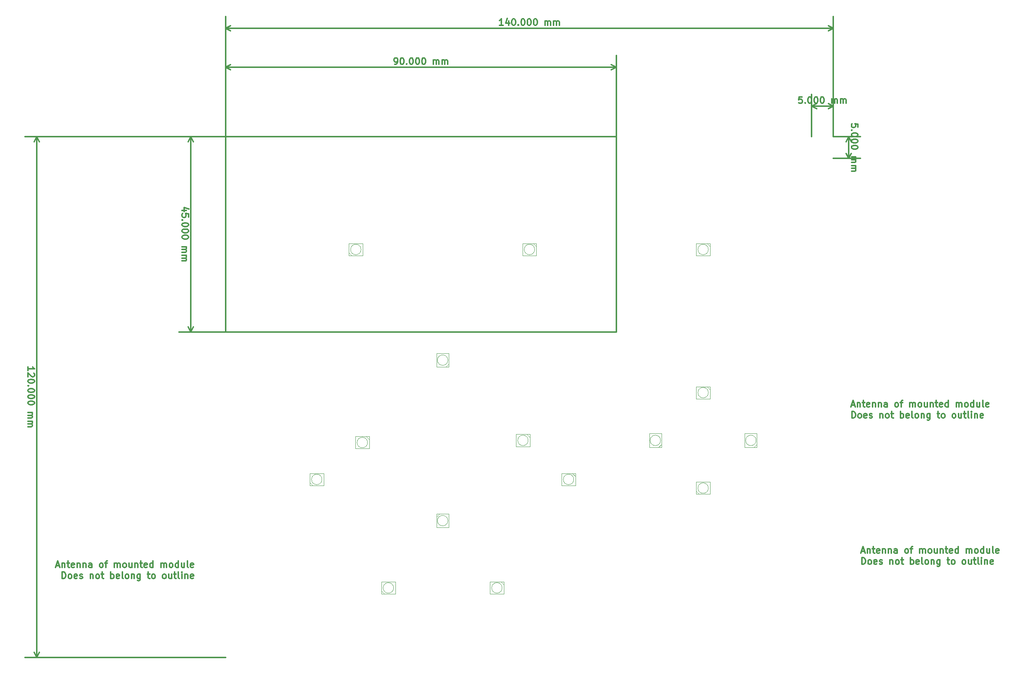
<source format=gbr>
G04 #@! TF.GenerationSoftware,KiCad,Pcbnew,no-vcs-found-7420~56~ubuntu16.04.1*
G04 #@! TF.CreationDate,2017-01-02T14:23:42+01:00*
G04 #@! TF.ProjectId,Mainboard,4D61696E626F6172642E6B696361645F,1.0*
G04 #@! TF.FileFunction,Drawing*
%FSLAX46Y46*%
G04 Gerber Fmt 4.6, Leading zero omitted, Abs format (unit mm)*
G04 Created by KiCad (PCBNEW no-vcs-found-7420~56~ubuntu16.04.1) date Mon Jan  2 14:23:42 2017*
%MOMM*%
%LPD*%
G01*
G04 APERTURE LIST*
%ADD10C,0.100000*%
%ADD11C,0.300000*%
G04 APERTURE END LIST*
D10*
D11*
X90971428Y-117000000D02*
X89971428Y-117000000D01*
X91542857Y-116642857D02*
X90471428Y-116285714D01*
X90471428Y-117214285D01*
X91471428Y-118500000D02*
X91471428Y-117785714D01*
X90757142Y-117714285D01*
X90828571Y-117785714D01*
X90900000Y-117928571D01*
X90900000Y-118285714D01*
X90828571Y-118428571D01*
X90757142Y-118500000D01*
X90614285Y-118571428D01*
X90257142Y-118571428D01*
X90114285Y-118500000D01*
X90042857Y-118428571D01*
X89971428Y-118285714D01*
X89971428Y-117928571D01*
X90042857Y-117785714D01*
X90114285Y-117714285D01*
X90114285Y-119214285D02*
X90042857Y-119285714D01*
X89971428Y-119214285D01*
X90042857Y-119142857D01*
X90114285Y-119214285D01*
X89971428Y-119214285D01*
X91471428Y-120214285D02*
X91471428Y-120357142D01*
X91400000Y-120500000D01*
X91328571Y-120571428D01*
X91185714Y-120642857D01*
X90900000Y-120714285D01*
X90542857Y-120714285D01*
X90257142Y-120642857D01*
X90114285Y-120571428D01*
X90042857Y-120500000D01*
X89971428Y-120357142D01*
X89971428Y-120214285D01*
X90042857Y-120071428D01*
X90114285Y-120000000D01*
X90257142Y-119928571D01*
X90542857Y-119857142D01*
X90900000Y-119857142D01*
X91185714Y-119928571D01*
X91328571Y-120000000D01*
X91400000Y-120071428D01*
X91471428Y-120214285D01*
X91471428Y-121642857D02*
X91471428Y-121785714D01*
X91400000Y-121928571D01*
X91328571Y-122000000D01*
X91185714Y-122071428D01*
X90900000Y-122142857D01*
X90542857Y-122142857D01*
X90257142Y-122071428D01*
X90114285Y-122000000D01*
X90042857Y-121928571D01*
X89971428Y-121785714D01*
X89971428Y-121642857D01*
X90042857Y-121500000D01*
X90114285Y-121428571D01*
X90257142Y-121357142D01*
X90542857Y-121285714D01*
X90900000Y-121285714D01*
X91185714Y-121357142D01*
X91328571Y-121428571D01*
X91400000Y-121500000D01*
X91471428Y-121642857D01*
X91471428Y-123071428D02*
X91471428Y-123214285D01*
X91400000Y-123357142D01*
X91328571Y-123428571D01*
X91185714Y-123500000D01*
X90900000Y-123571428D01*
X90542857Y-123571428D01*
X90257142Y-123500000D01*
X90114285Y-123428571D01*
X90042857Y-123357142D01*
X89971428Y-123214285D01*
X89971428Y-123071428D01*
X90042857Y-122928571D01*
X90114285Y-122857142D01*
X90257142Y-122785714D01*
X90542857Y-122714285D01*
X90900000Y-122714285D01*
X91185714Y-122785714D01*
X91328571Y-122857142D01*
X91400000Y-122928571D01*
X91471428Y-123071428D01*
X89971428Y-125357142D02*
X90971428Y-125357142D01*
X90828571Y-125357142D02*
X90900000Y-125428571D01*
X90971428Y-125571428D01*
X90971428Y-125785714D01*
X90900000Y-125928571D01*
X90757142Y-126000000D01*
X89971428Y-126000000D01*
X90757142Y-126000000D02*
X90900000Y-126071428D01*
X90971428Y-126214285D01*
X90971428Y-126428571D01*
X90900000Y-126571428D01*
X90757142Y-126642857D01*
X89971428Y-126642857D01*
X89971428Y-127357142D02*
X90971428Y-127357142D01*
X90828571Y-127357142D02*
X90900000Y-127428571D01*
X90971428Y-127571428D01*
X90971428Y-127785714D01*
X90900000Y-127928571D01*
X90757142Y-128000000D01*
X89971428Y-128000000D01*
X90757142Y-128000000D02*
X90900000Y-128071428D01*
X90971428Y-128214285D01*
X90971428Y-128428571D01*
X90900000Y-128571428D01*
X90757142Y-128642857D01*
X89971428Y-128642857D01*
X92000000Y-100000000D02*
X92000000Y-145000000D01*
X190000000Y-100000000D02*
X89300000Y-100000000D01*
X190000000Y-145000000D02*
X89300000Y-145000000D01*
X92000000Y-145000000D02*
X91413579Y-143873496D01*
X92000000Y-145000000D02*
X92586421Y-143873496D01*
X92000000Y-100000000D02*
X91413579Y-101126504D01*
X92000000Y-100000000D02*
X92586421Y-101126504D01*
X138928571Y-83328571D02*
X139214285Y-83328571D01*
X139357142Y-83257142D01*
X139428571Y-83185714D01*
X139571428Y-82971428D01*
X139642857Y-82685714D01*
X139642857Y-82114285D01*
X139571428Y-81971428D01*
X139500000Y-81900000D01*
X139357142Y-81828571D01*
X139071428Y-81828571D01*
X138928571Y-81900000D01*
X138857142Y-81971428D01*
X138785714Y-82114285D01*
X138785714Y-82471428D01*
X138857142Y-82614285D01*
X138928571Y-82685714D01*
X139071428Y-82757142D01*
X139357142Y-82757142D01*
X139500000Y-82685714D01*
X139571428Y-82614285D01*
X139642857Y-82471428D01*
X140571428Y-81828571D02*
X140714285Y-81828571D01*
X140857142Y-81900000D01*
X140928571Y-81971428D01*
X141000000Y-82114285D01*
X141071428Y-82400000D01*
X141071428Y-82757142D01*
X141000000Y-83042857D01*
X140928571Y-83185714D01*
X140857142Y-83257142D01*
X140714285Y-83328571D01*
X140571428Y-83328571D01*
X140428571Y-83257142D01*
X140357142Y-83185714D01*
X140285714Y-83042857D01*
X140214285Y-82757142D01*
X140214285Y-82400000D01*
X140285714Y-82114285D01*
X140357142Y-81971428D01*
X140428571Y-81900000D01*
X140571428Y-81828571D01*
X141714285Y-83185714D02*
X141785714Y-83257142D01*
X141714285Y-83328571D01*
X141642857Y-83257142D01*
X141714285Y-83185714D01*
X141714285Y-83328571D01*
X142714285Y-81828571D02*
X142857142Y-81828571D01*
X143000000Y-81900000D01*
X143071428Y-81971428D01*
X143142857Y-82114285D01*
X143214285Y-82400000D01*
X143214285Y-82757142D01*
X143142857Y-83042857D01*
X143071428Y-83185714D01*
X143000000Y-83257142D01*
X142857142Y-83328571D01*
X142714285Y-83328571D01*
X142571428Y-83257142D01*
X142500000Y-83185714D01*
X142428571Y-83042857D01*
X142357142Y-82757142D01*
X142357142Y-82400000D01*
X142428571Y-82114285D01*
X142500000Y-81971428D01*
X142571428Y-81900000D01*
X142714285Y-81828571D01*
X144142857Y-81828571D02*
X144285714Y-81828571D01*
X144428571Y-81900000D01*
X144500000Y-81971428D01*
X144571428Y-82114285D01*
X144642857Y-82400000D01*
X144642857Y-82757142D01*
X144571428Y-83042857D01*
X144500000Y-83185714D01*
X144428571Y-83257142D01*
X144285714Y-83328571D01*
X144142857Y-83328571D01*
X144000000Y-83257142D01*
X143928571Y-83185714D01*
X143857142Y-83042857D01*
X143785714Y-82757142D01*
X143785714Y-82400000D01*
X143857142Y-82114285D01*
X143928571Y-81971428D01*
X144000000Y-81900000D01*
X144142857Y-81828571D01*
X145571428Y-81828571D02*
X145714285Y-81828571D01*
X145857142Y-81900000D01*
X145928571Y-81971428D01*
X146000000Y-82114285D01*
X146071428Y-82400000D01*
X146071428Y-82757142D01*
X146000000Y-83042857D01*
X145928571Y-83185714D01*
X145857142Y-83257142D01*
X145714285Y-83328571D01*
X145571428Y-83328571D01*
X145428571Y-83257142D01*
X145357142Y-83185714D01*
X145285714Y-83042857D01*
X145214285Y-82757142D01*
X145214285Y-82400000D01*
X145285714Y-82114285D01*
X145357142Y-81971428D01*
X145428571Y-81900000D01*
X145571428Y-81828571D01*
X147857142Y-83328571D02*
X147857142Y-82328571D01*
X147857142Y-82471428D02*
X147928571Y-82400000D01*
X148071428Y-82328571D01*
X148285714Y-82328571D01*
X148428571Y-82400000D01*
X148500000Y-82542857D01*
X148500000Y-83328571D01*
X148500000Y-82542857D02*
X148571428Y-82400000D01*
X148714285Y-82328571D01*
X148928571Y-82328571D01*
X149071428Y-82400000D01*
X149142857Y-82542857D01*
X149142857Y-83328571D01*
X149857142Y-83328571D02*
X149857142Y-82328571D01*
X149857142Y-82471428D02*
X149928571Y-82400000D01*
X150071428Y-82328571D01*
X150285714Y-82328571D01*
X150428571Y-82400000D01*
X150500000Y-82542857D01*
X150500000Y-83328571D01*
X150500000Y-82542857D02*
X150571428Y-82400000D01*
X150714285Y-82328571D01*
X150928571Y-82328571D01*
X151071428Y-82400000D01*
X151142857Y-82542857D01*
X151142857Y-83328571D01*
X190000000Y-84000000D02*
X100000000Y-84000000D01*
X190000000Y-145000000D02*
X190000000Y-81300000D01*
X100000000Y-145000000D02*
X100000000Y-81300000D01*
X100000000Y-84000000D02*
X101126504Y-83413579D01*
X100000000Y-84000000D02*
X101126504Y-84586421D01*
X190000000Y-84000000D02*
X188873496Y-83413579D01*
X190000000Y-84000000D02*
X188873496Y-84586421D01*
X245671428Y-97785714D02*
X245671428Y-97071428D01*
X244957142Y-97000000D01*
X245028571Y-97071428D01*
X245100000Y-97214285D01*
X245100000Y-97571428D01*
X245028571Y-97714285D01*
X244957142Y-97785714D01*
X244814285Y-97857142D01*
X244457142Y-97857142D01*
X244314285Y-97785714D01*
X244242857Y-97714285D01*
X244171428Y-97571428D01*
X244171428Y-97214285D01*
X244242857Y-97071428D01*
X244314285Y-97000000D01*
X244314285Y-98500000D02*
X244242857Y-98571428D01*
X244171428Y-98500000D01*
X244242857Y-98428571D01*
X244314285Y-98500000D01*
X244171428Y-98500000D01*
X245671428Y-99500000D02*
X245671428Y-99642857D01*
X245600000Y-99785714D01*
X245528571Y-99857142D01*
X245385714Y-99928571D01*
X245100000Y-100000000D01*
X244742857Y-100000000D01*
X244457142Y-99928571D01*
X244314285Y-99857142D01*
X244242857Y-99785714D01*
X244171428Y-99642857D01*
X244171428Y-99500000D01*
X244242857Y-99357142D01*
X244314285Y-99285714D01*
X244457142Y-99214285D01*
X244742857Y-99142857D01*
X245100000Y-99142857D01*
X245385714Y-99214285D01*
X245528571Y-99285714D01*
X245600000Y-99357142D01*
X245671428Y-99500000D01*
X245671428Y-100928571D02*
X245671428Y-101071428D01*
X245600000Y-101214285D01*
X245528571Y-101285714D01*
X245385714Y-101357142D01*
X245100000Y-101428571D01*
X244742857Y-101428571D01*
X244457142Y-101357142D01*
X244314285Y-101285714D01*
X244242857Y-101214285D01*
X244171428Y-101071428D01*
X244171428Y-100928571D01*
X244242857Y-100785714D01*
X244314285Y-100714285D01*
X244457142Y-100642857D01*
X244742857Y-100571428D01*
X245100000Y-100571428D01*
X245385714Y-100642857D01*
X245528571Y-100714285D01*
X245600000Y-100785714D01*
X245671428Y-100928571D01*
X245671428Y-102357142D02*
X245671428Y-102500000D01*
X245600000Y-102642857D01*
X245528571Y-102714285D01*
X245385714Y-102785714D01*
X245100000Y-102857142D01*
X244742857Y-102857142D01*
X244457142Y-102785714D01*
X244314285Y-102714285D01*
X244242857Y-102642857D01*
X244171428Y-102500000D01*
X244171428Y-102357142D01*
X244242857Y-102214285D01*
X244314285Y-102142857D01*
X244457142Y-102071428D01*
X244742857Y-102000000D01*
X245100000Y-102000000D01*
X245385714Y-102071428D01*
X245528571Y-102142857D01*
X245600000Y-102214285D01*
X245671428Y-102357142D01*
X244171428Y-104642857D02*
X245171428Y-104642857D01*
X245028571Y-104642857D02*
X245100000Y-104714285D01*
X245171428Y-104857142D01*
X245171428Y-105071428D01*
X245100000Y-105214285D01*
X244957142Y-105285714D01*
X244171428Y-105285714D01*
X244957142Y-105285714D02*
X245100000Y-105357142D01*
X245171428Y-105500000D01*
X245171428Y-105714285D01*
X245100000Y-105857142D01*
X244957142Y-105928571D01*
X244171428Y-105928571D01*
X244171428Y-106642857D02*
X245171428Y-106642857D01*
X245028571Y-106642857D02*
X245100000Y-106714285D01*
X245171428Y-106857142D01*
X245171428Y-107071428D01*
X245100000Y-107214285D01*
X244957142Y-107285714D01*
X244171428Y-107285714D01*
X244957142Y-107285714D02*
X245100000Y-107357142D01*
X245171428Y-107500000D01*
X245171428Y-107714285D01*
X245100000Y-107857142D01*
X244957142Y-107928571D01*
X244171428Y-107928571D01*
X243500000Y-100000000D02*
X243500000Y-105000000D01*
X240000000Y-100000000D02*
X246200000Y-100000000D01*
X240000000Y-105000000D02*
X246200000Y-105000000D01*
X243500000Y-105000000D02*
X242913579Y-103873496D01*
X243500000Y-105000000D02*
X244086421Y-103873496D01*
X243500000Y-100000000D02*
X242913579Y-101126504D01*
X243500000Y-100000000D02*
X244086421Y-101126504D01*
X232785714Y-90800735D02*
X232071428Y-90800735D01*
X232000000Y-91515021D01*
X232071428Y-91443592D01*
X232214285Y-91372164D01*
X232571428Y-91372164D01*
X232714285Y-91443592D01*
X232785714Y-91515021D01*
X232857142Y-91657878D01*
X232857142Y-92015021D01*
X232785714Y-92157878D01*
X232714285Y-92229306D01*
X232571428Y-92300735D01*
X232214285Y-92300735D01*
X232071428Y-92229306D01*
X232000000Y-92157878D01*
X233500000Y-92157878D02*
X233571428Y-92229306D01*
X233500000Y-92300735D01*
X233428571Y-92229306D01*
X233500000Y-92157878D01*
X233500000Y-92300735D01*
X234500000Y-90800735D02*
X234642857Y-90800735D01*
X234785714Y-90872164D01*
X234857142Y-90943592D01*
X234928571Y-91086449D01*
X235000000Y-91372164D01*
X235000000Y-91729306D01*
X234928571Y-92015021D01*
X234857142Y-92157878D01*
X234785714Y-92229306D01*
X234642857Y-92300735D01*
X234500000Y-92300735D01*
X234357142Y-92229306D01*
X234285714Y-92157878D01*
X234214285Y-92015021D01*
X234142857Y-91729306D01*
X234142857Y-91372164D01*
X234214285Y-91086449D01*
X234285714Y-90943592D01*
X234357142Y-90872164D01*
X234500000Y-90800735D01*
X235928571Y-90800735D02*
X236071428Y-90800735D01*
X236214285Y-90872164D01*
X236285714Y-90943592D01*
X236357142Y-91086449D01*
X236428571Y-91372164D01*
X236428571Y-91729306D01*
X236357142Y-92015021D01*
X236285714Y-92157878D01*
X236214285Y-92229306D01*
X236071428Y-92300735D01*
X235928571Y-92300735D01*
X235785714Y-92229306D01*
X235714285Y-92157878D01*
X235642857Y-92015021D01*
X235571428Y-91729306D01*
X235571428Y-91372164D01*
X235642857Y-91086449D01*
X235714285Y-90943592D01*
X235785714Y-90872164D01*
X235928571Y-90800735D01*
X237357142Y-90800735D02*
X237500000Y-90800735D01*
X237642857Y-90872164D01*
X237714285Y-90943592D01*
X237785714Y-91086449D01*
X237857142Y-91372164D01*
X237857142Y-91729306D01*
X237785714Y-92015021D01*
X237714285Y-92157878D01*
X237642857Y-92229306D01*
X237500000Y-92300735D01*
X237357142Y-92300735D01*
X237214285Y-92229306D01*
X237142857Y-92157878D01*
X237071428Y-92015021D01*
X237000000Y-91729306D01*
X237000000Y-91372164D01*
X237071428Y-91086449D01*
X237142857Y-90943592D01*
X237214285Y-90872164D01*
X237357142Y-90800735D01*
X239642857Y-92300735D02*
X239642857Y-91300735D01*
X239642857Y-91443592D02*
X239714285Y-91372164D01*
X239857142Y-91300735D01*
X240071428Y-91300735D01*
X240214285Y-91372164D01*
X240285714Y-91515021D01*
X240285714Y-92300735D01*
X240285714Y-91515021D02*
X240357142Y-91372164D01*
X240500000Y-91300735D01*
X240714285Y-91300735D01*
X240857142Y-91372164D01*
X240928571Y-91515021D01*
X240928571Y-92300735D01*
X241642857Y-92300735D02*
X241642857Y-91300735D01*
X241642857Y-91443592D02*
X241714285Y-91372164D01*
X241857142Y-91300735D01*
X242071428Y-91300735D01*
X242214285Y-91372164D01*
X242285714Y-91515021D01*
X242285714Y-92300735D01*
X242285714Y-91515021D02*
X242357142Y-91372164D01*
X242500000Y-91300735D01*
X242714285Y-91300735D01*
X242857142Y-91372164D01*
X242928571Y-91515021D01*
X242928571Y-92300735D01*
X240000000Y-92972164D02*
X235000000Y-92972164D01*
X240000000Y-99972164D02*
X240000000Y-90272164D01*
X235000000Y-99972164D02*
X235000000Y-90272164D01*
X235000000Y-92972164D02*
X236126504Y-92385743D01*
X235000000Y-92972164D02*
X236126504Y-93558585D01*
X240000000Y-92972164D02*
X238873496Y-92385743D01*
X240000000Y-92972164D02*
X238873496Y-93558585D01*
X54471428Y-153928571D02*
X54471428Y-153071428D01*
X54471428Y-153500000D02*
X55971428Y-153500000D01*
X55757142Y-153357142D01*
X55614285Y-153214285D01*
X55542857Y-153071428D01*
X55828571Y-154500000D02*
X55900000Y-154571428D01*
X55971428Y-154714285D01*
X55971428Y-155071428D01*
X55900000Y-155214285D01*
X55828571Y-155285714D01*
X55685714Y-155357142D01*
X55542857Y-155357142D01*
X55328571Y-155285714D01*
X54471428Y-154428571D01*
X54471428Y-155357142D01*
X55971428Y-156285714D02*
X55971428Y-156428571D01*
X55900000Y-156571428D01*
X55828571Y-156642857D01*
X55685714Y-156714285D01*
X55400000Y-156785714D01*
X55042857Y-156785714D01*
X54757142Y-156714285D01*
X54614285Y-156642857D01*
X54542857Y-156571428D01*
X54471428Y-156428571D01*
X54471428Y-156285714D01*
X54542857Y-156142857D01*
X54614285Y-156071428D01*
X54757142Y-156000000D01*
X55042857Y-155928571D01*
X55400000Y-155928571D01*
X55685714Y-156000000D01*
X55828571Y-156071428D01*
X55900000Y-156142857D01*
X55971428Y-156285714D01*
X54614285Y-157428571D02*
X54542857Y-157500000D01*
X54471428Y-157428571D01*
X54542857Y-157357142D01*
X54614285Y-157428571D01*
X54471428Y-157428571D01*
X55971428Y-158428571D02*
X55971428Y-158571428D01*
X55900000Y-158714285D01*
X55828571Y-158785714D01*
X55685714Y-158857142D01*
X55400000Y-158928571D01*
X55042857Y-158928571D01*
X54757142Y-158857142D01*
X54614285Y-158785714D01*
X54542857Y-158714285D01*
X54471428Y-158571428D01*
X54471428Y-158428571D01*
X54542857Y-158285714D01*
X54614285Y-158214285D01*
X54757142Y-158142857D01*
X55042857Y-158071428D01*
X55400000Y-158071428D01*
X55685714Y-158142857D01*
X55828571Y-158214285D01*
X55900000Y-158285714D01*
X55971428Y-158428571D01*
X55971428Y-159857142D02*
X55971428Y-160000000D01*
X55900000Y-160142857D01*
X55828571Y-160214285D01*
X55685714Y-160285714D01*
X55400000Y-160357142D01*
X55042857Y-160357142D01*
X54757142Y-160285714D01*
X54614285Y-160214285D01*
X54542857Y-160142857D01*
X54471428Y-160000000D01*
X54471428Y-159857142D01*
X54542857Y-159714285D01*
X54614285Y-159642857D01*
X54757142Y-159571428D01*
X55042857Y-159500000D01*
X55400000Y-159500000D01*
X55685714Y-159571428D01*
X55828571Y-159642857D01*
X55900000Y-159714285D01*
X55971428Y-159857142D01*
X55971428Y-161285714D02*
X55971428Y-161428571D01*
X55900000Y-161571428D01*
X55828571Y-161642857D01*
X55685714Y-161714285D01*
X55400000Y-161785714D01*
X55042857Y-161785714D01*
X54757142Y-161714285D01*
X54614285Y-161642857D01*
X54542857Y-161571428D01*
X54471428Y-161428571D01*
X54471428Y-161285714D01*
X54542857Y-161142857D01*
X54614285Y-161071428D01*
X54757142Y-161000000D01*
X55042857Y-160928571D01*
X55400000Y-160928571D01*
X55685714Y-161000000D01*
X55828571Y-161071428D01*
X55900000Y-161142857D01*
X55971428Y-161285714D01*
X54471428Y-163571428D02*
X55471428Y-163571428D01*
X55328571Y-163571428D02*
X55400000Y-163642857D01*
X55471428Y-163785714D01*
X55471428Y-164000000D01*
X55400000Y-164142857D01*
X55257142Y-164214285D01*
X54471428Y-164214285D01*
X55257142Y-164214285D02*
X55400000Y-164285714D01*
X55471428Y-164428571D01*
X55471428Y-164642857D01*
X55400000Y-164785714D01*
X55257142Y-164857142D01*
X54471428Y-164857142D01*
X54471428Y-165571428D02*
X55471428Y-165571428D01*
X55328571Y-165571428D02*
X55400000Y-165642857D01*
X55471428Y-165785714D01*
X55471428Y-166000000D01*
X55400000Y-166142857D01*
X55257142Y-166214285D01*
X54471428Y-166214285D01*
X55257142Y-166214285D02*
X55400000Y-166285714D01*
X55471428Y-166428571D01*
X55471428Y-166642857D01*
X55400000Y-166785714D01*
X55257142Y-166857142D01*
X54471428Y-166857142D01*
X56500000Y-100000000D02*
X56500000Y-220000000D01*
X100000000Y-100000000D02*
X53800000Y-100000000D01*
X100000000Y-220000000D02*
X53800000Y-220000000D01*
X56500000Y-220000000D02*
X55913579Y-218873496D01*
X56500000Y-220000000D02*
X57086421Y-218873496D01*
X56500000Y-100000000D02*
X55913579Y-101126504D01*
X56500000Y-100000000D02*
X57086421Y-101126504D01*
X163928571Y-74328571D02*
X163071428Y-74328571D01*
X163500000Y-74328571D02*
X163500000Y-72828571D01*
X163357142Y-73042857D01*
X163214285Y-73185714D01*
X163071428Y-73257142D01*
X165214285Y-73328571D02*
X165214285Y-74328571D01*
X164857142Y-72757142D02*
X164500000Y-73828571D01*
X165428571Y-73828571D01*
X166285714Y-72828571D02*
X166428571Y-72828571D01*
X166571428Y-72900000D01*
X166642857Y-72971428D01*
X166714285Y-73114285D01*
X166785714Y-73400000D01*
X166785714Y-73757142D01*
X166714285Y-74042857D01*
X166642857Y-74185714D01*
X166571428Y-74257142D01*
X166428571Y-74328571D01*
X166285714Y-74328571D01*
X166142857Y-74257142D01*
X166071428Y-74185714D01*
X166000000Y-74042857D01*
X165928571Y-73757142D01*
X165928571Y-73400000D01*
X166000000Y-73114285D01*
X166071428Y-72971428D01*
X166142857Y-72900000D01*
X166285714Y-72828571D01*
X167428571Y-74185714D02*
X167500000Y-74257142D01*
X167428571Y-74328571D01*
X167357142Y-74257142D01*
X167428571Y-74185714D01*
X167428571Y-74328571D01*
X168428571Y-72828571D02*
X168571428Y-72828571D01*
X168714285Y-72900000D01*
X168785714Y-72971428D01*
X168857142Y-73114285D01*
X168928571Y-73400000D01*
X168928571Y-73757142D01*
X168857142Y-74042857D01*
X168785714Y-74185714D01*
X168714285Y-74257142D01*
X168571428Y-74328571D01*
X168428571Y-74328571D01*
X168285714Y-74257142D01*
X168214285Y-74185714D01*
X168142857Y-74042857D01*
X168071428Y-73757142D01*
X168071428Y-73400000D01*
X168142857Y-73114285D01*
X168214285Y-72971428D01*
X168285714Y-72900000D01*
X168428571Y-72828571D01*
X169857142Y-72828571D02*
X170000000Y-72828571D01*
X170142857Y-72900000D01*
X170214285Y-72971428D01*
X170285714Y-73114285D01*
X170357142Y-73400000D01*
X170357142Y-73757142D01*
X170285714Y-74042857D01*
X170214285Y-74185714D01*
X170142857Y-74257142D01*
X170000000Y-74328571D01*
X169857142Y-74328571D01*
X169714285Y-74257142D01*
X169642857Y-74185714D01*
X169571428Y-74042857D01*
X169500000Y-73757142D01*
X169500000Y-73400000D01*
X169571428Y-73114285D01*
X169642857Y-72971428D01*
X169714285Y-72900000D01*
X169857142Y-72828571D01*
X171285714Y-72828571D02*
X171428571Y-72828571D01*
X171571428Y-72900000D01*
X171642857Y-72971428D01*
X171714285Y-73114285D01*
X171785714Y-73400000D01*
X171785714Y-73757142D01*
X171714285Y-74042857D01*
X171642857Y-74185714D01*
X171571428Y-74257142D01*
X171428571Y-74328571D01*
X171285714Y-74328571D01*
X171142857Y-74257142D01*
X171071428Y-74185714D01*
X171000000Y-74042857D01*
X170928571Y-73757142D01*
X170928571Y-73400000D01*
X171000000Y-73114285D01*
X171071428Y-72971428D01*
X171142857Y-72900000D01*
X171285714Y-72828571D01*
X173571428Y-74328571D02*
X173571428Y-73328571D01*
X173571428Y-73471428D02*
X173642857Y-73400000D01*
X173785714Y-73328571D01*
X174000000Y-73328571D01*
X174142857Y-73400000D01*
X174214285Y-73542857D01*
X174214285Y-74328571D01*
X174214285Y-73542857D02*
X174285714Y-73400000D01*
X174428571Y-73328571D01*
X174642857Y-73328571D01*
X174785714Y-73400000D01*
X174857142Y-73542857D01*
X174857142Y-74328571D01*
X175571428Y-74328571D02*
X175571428Y-73328571D01*
X175571428Y-73471428D02*
X175642857Y-73400000D01*
X175785714Y-73328571D01*
X176000000Y-73328571D01*
X176142857Y-73400000D01*
X176214285Y-73542857D01*
X176214285Y-74328571D01*
X176214285Y-73542857D02*
X176285714Y-73400000D01*
X176428571Y-73328571D01*
X176642857Y-73328571D01*
X176785714Y-73400000D01*
X176857142Y-73542857D01*
X176857142Y-74328571D01*
X100000000Y-75000000D02*
X240000000Y-75000000D01*
X100000000Y-100000000D02*
X100000000Y-72300000D01*
X240000000Y-100000000D02*
X240000000Y-72300000D01*
X240000000Y-75000000D02*
X238873496Y-75586421D01*
X240000000Y-75000000D02*
X238873496Y-74413579D01*
X100000000Y-75000000D02*
X101126504Y-75586421D01*
X100000000Y-75000000D02*
X101126504Y-74413579D01*
X246480714Y-195575000D02*
X247195000Y-195575000D01*
X246337857Y-196003571D02*
X246837857Y-194503571D01*
X247337857Y-196003571D01*
X247837857Y-195003571D02*
X247837857Y-196003571D01*
X247837857Y-195146428D02*
X247909285Y-195075000D01*
X248052142Y-195003571D01*
X248266428Y-195003571D01*
X248409285Y-195075000D01*
X248480714Y-195217857D01*
X248480714Y-196003571D01*
X248980714Y-195003571D02*
X249552142Y-195003571D01*
X249195000Y-194503571D02*
X249195000Y-195789285D01*
X249266428Y-195932142D01*
X249409285Y-196003571D01*
X249552142Y-196003571D01*
X250623571Y-195932142D02*
X250480714Y-196003571D01*
X250195000Y-196003571D01*
X250052142Y-195932142D01*
X249980714Y-195789285D01*
X249980714Y-195217857D01*
X250052142Y-195075000D01*
X250195000Y-195003571D01*
X250480714Y-195003571D01*
X250623571Y-195075000D01*
X250695000Y-195217857D01*
X250695000Y-195360714D01*
X249980714Y-195503571D01*
X251337857Y-195003571D02*
X251337857Y-196003571D01*
X251337857Y-195146428D02*
X251409285Y-195075000D01*
X251552142Y-195003571D01*
X251766428Y-195003571D01*
X251909285Y-195075000D01*
X251980714Y-195217857D01*
X251980714Y-196003571D01*
X252695000Y-195003571D02*
X252695000Y-196003571D01*
X252695000Y-195146428D02*
X252766428Y-195075000D01*
X252909285Y-195003571D01*
X253123571Y-195003571D01*
X253266428Y-195075000D01*
X253337857Y-195217857D01*
X253337857Y-196003571D01*
X254695000Y-196003571D02*
X254695000Y-195217857D01*
X254623571Y-195075000D01*
X254480714Y-195003571D01*
X254195000Y-195003571D01*
X254052142Y-195075000D01*
X254695000Y-195932142D02*
X254552142Y-196003571D01*
X254195000Y-196003571D01*
X254052142Y-195932142D01*
X253980714Y-195789285D01*
X253980714Y-195646428D01*
X254052142Y-195503571D01*
X254195000Y-195432142D01*
X254552142Y-195432142D01*
X254695000Y-195360714D01*
X256766428Y-196003571D02*
X256623571Y-195932142D01*
X256552142Y-195860714D01*
X256480714Y-195717857D01*
X256480714Y-195289285D01*
X256552142Y-195146428D01*
X256623571Y-195075000D01*
X256766428Y-195003571D01*
X256980714Y-195003571D01*
X257123571Y-195075000D01*
X257195000Y-195146428D01*
X257266428Y-195289285D01*
X257266428Y-195717857D01*
X257195000Y-195860714D01*
X257123571Y-195932142D01*
X256980714Y-196003571D01*
X256766428Y-196003571D01*
X257695000Y-195003571D02*
X258266428Y-195003571D01*
X257909285Y-196003571D02*
X257909285Y-194717857D01*
X257980714Y-194575000D01*
X258123571Y-194503571D01*
X258266428Y-194503571D01*
X259909285Y-196003571D02*
X259909285Y-195003571D01*
X259909285Y-195146428D02*
X259980714Y-195075000D01*
X260123571Y-195003571D01*
X260337857Y-195003571D01*
X260480714Y-195075000D01*
X260552142Y-195217857D01*
X260552142Y-196003571D01*
X260552142Y-195217857D02*
X260623571Y-195075000D01*
X260766428Y-195003571D01*
X260980714Y-195003571D01*
X261123571Y-195075000D01*
X261195000Y-195217857D01*
X261195000Y-196003571D01*
X262123571Y-196003571D02*
X261980714Y-195932142D01*
X261909285Y-195860714D01*
X261837857Y-195717857D01*
X261837857Y-195289285D01*
X261909285Y-195146428D01*
X261980714Y-195075000D01*
X262123571Y-195003571D01*
X262337857Y-195003571D01*
X262480714Y-195075000D01*
X262552142Y-195146428D01*
X262623571Y-195289285D01*
X262623571Y-195717857D01*
X262552142Y-195860714D01*
X262480714Y-195932142D01*
X262337857Y-196003571D01*
X262123571Y-196003571D01*
X263909285Y-195003571D02*
X263909285Y-196003571D01*
X263266428Y-195003571D02*
X263266428Y-195789285D01*
X263337857Y-195932142D01*
X263480714Y-196003571D01*
X263695000Y-196003571D01*
X263837857Y-195932142D01*
X263909285Y-195860714D01*
X264623571Y-195003571D02*
X264623571Y-196003571D01*
X264623571Y-195146428D02*
X264695000Y-195075000D01*
X264837857Y-195003571D01*
X265052142Y-195003571D01*
X265195000Y-195075000D01*
X265266428Y-195217857D01*
X265266428Y-196003571D01*
X265766428Y-195003571D02*
X266337857Y-195003571D01*
X265980714Y-194503571D02*
X265980714Y-195789285D01*
X266052142Y-195932142D01*
X266195000Y-196003571D01*
X266337857Y-196003571D01*
X267409285Y-195932142D02*
X267266428Y-196003571D01*
X266980714Y-196003571D01*
X266837857Y-195932142D01*
X266766428Y-195789285D01*
X266766428Y-195217857D01*
X266837857Y-195075000D01*
X266980714Y-195003571D01*
X267266428Y-195003571D01*
X267409285Y-195075000D01*
X267480714Y-195217857D01*
X267480714Y-195360714D01*
X266766428Y-195503571D01*
X268766428Y-196003571D02*
X268766428Y-194503571D01*
X268766428Y-195932142D02*
X268623571Y-196003571D01*
X268337857Y-196003571D01*
X268195000Y-195932142D01*
X268123571Y-195860714D01*
X268052142Y-195717857D01*
X268052142Y-195289285D01*
X268123571Y-195146428D01*
X268195000Y-195075000D01*
X268337857Y-195003571D01*
X268623571Y-195003571D01*
X268766428Y-195075000D01*
X270623571Y-196003571D02*
X270623571Y-195003571D01*
X270623571Y-195146428D02*
X270695000Y-195075000D01*
X270837857Y-195003571D01*
X271052142Y-195003571D01*
X271195000Y-195075000D01*
X271266428Y-195217857D01*
X271266428Y-196003571D01*
X271266428Y-195217857D02*
X271337857Y-195075000D01*
X271480714Y-195003571D01*
X271695000Y-195003571D01*
X271837857Y-195075000D01*
X271909285Y-195217857D01*
X271909285Y-196003571D01*
X272837857Y-196003571D02*
X272695000Y-195932142D01*
X272623571Y-195860714D01*
X272552142Y-195717857D01*
X272552142Y-195289285D01*
X272623571Y-195146428D01*
X272695000Y-195075000D01*
X272837857Y-195003571D01*
X273052142Y-195003571D01*
X273195000Y-195075000D01*
X273266428Y-195146428D01*
X273337857Y-195289285D01*
X273337857Y-195717857D01*
X273266428Y-195860714D01*
X273195000Y-195932142D01*
X273052142Y-196003571D01*
X272837857Y-196003571D01*
X274623571Y-196003571D02*
X274623571Y-194503571D01*
X274623571Y-195932142D02*
X274480714Y-196003571D01*
X274195000Y-196003571D01*
X274052142Y-195932142D01*
X273980714Y-195860714D01*
X273909285Y-195717857D01*
X273909285Y-195289285D01*
X273980714Y-195146428D01*
X274052142Y-195075000D01*
X274195000Y-195003571D01*
X274480714Y-195003571D01*
X274623571Y-195075000D01*
X275980714Y-195003571D02*
X275980714Y-196003571D01*
X275337857Y-195003571D02*
X275337857Y-195789285D01*
X275409285Y-195932142D01*
X275552142Y-196003571D01*
X275766428Y-196003571D01*
X275909285Y-195932142D01*
X275980714Y-195860714D01*
X276909285Y-196003571D02*
X276766428Y-195932142D01*
X276695000Y-195789285D01*
X276695000Y-194503571D01*
X278052142Y-195932142D02*
X277909285Y-196003571D01*
X277623571Y-196003571D01*
X277480714Y-195932142D01*
X277409285Y-195789285D01*
X277409285Y-195217857D01*
X277480714Y-195075000D01*
X277623571Y-195003571D01*
X277909285Y-195003571D01*
X278052142Y-195075000D01*
X278123571Y-195217857D01*
X278123571Y-195360714D01*
X277409285Y-195503571D01*
X246552142Y-198553571D02*
X246552142Y-197053571D01*
X246909285Y-197053571D01*
X247123571Y-197125000D01*
X247266428Y-197267857D01*
X247337857Y-197410714D01*
X247409285Y-197696428D01*
X247409285Y-197910714D01*
X247337857Y-198196428D01*
X247266428Y-198339285D01*
X247123571Y-198482142D01*
X246909285Y-198553571D01*
X246552142Y-198553571D01*
X248266428Y-198553571D02*
X248123571Y-198482142D01*
X248052142Y-198410714D01*
X247980714Y-198267857D01*
X247980714Y-197839285D01*
X248052142Y-197696428D01*
X248123571Y-197625000D01*
X248266428Y-197553571D01*
X248480714Y-197553571D01*
X248623571Y-197625000D01*
X248695000Y-197696428D01*
X248766428Y-197839285D01*
X248766428Y-198267857D01*
X248695000Y-198410714D01*
X248623571Y-198482142D01*
X248480714Y-198553571D01*
X248266428Y-198553571D01*
X249980714Y-198482142D02*
X249837857Y-198553571D01*
X249552142Y-198553571D01*
X249409285Y-198482142D01*
X249337857Y-198339285D01*
X249337857Y-197767857D01*
X249409285Y-197625000D01*
X249552142Y-197553571D01*
X249837857Y-197553571D01*
X249980714Y-197625000D01*
X250052142Y-197767857D01*
X250052142Y-197910714D01*
X249337857Y-198053571D01*
X250623571Y-198482142D02*
X250766428Y-198553571D01*
X251052142Y-198553571D01*
X251195000Y-198482142D01*
X251266428Y-198339285D01*
X251266428Y-198267857D01*
X251195000Y-198125000D01*
X251052142Y-198053571D01*
X250837857Y-198053571D01*
X250695000Y-197982142D01*
X250623571Y-197839285D01*
X250623571Y-197767857D01*
X250695000Y-197625000D01*
X250837857Y-197553571D01*
X251052142Y-197553571D01*
X251195000Y-197625000D01*
X253052142Y-197553571D02*
X253052142Y-198553571D01*
X253052142Y-197696428D02*
X253123571Y-197625000D01*
X253266428Y-197553571D01*
X253480714Y-197553571D01*
X253623571Y-197625000D01*
X253695000Y-197767857D01*
X253695000Y-198553571D01*
X254623571Y-198553571D02*
X254480714Y-198482142D01*
X254409285Y-198410714D01*
X254337857Y-198267857D01*
X254337857Y-197839285D01*
X254409285Y-197696428D01*
X254480714Y-197625000D01*
X254623571Y-197553571D01*
X254837857Y-197553571D01*
X254980714Y-197625000D01*
X255052142Y-197696428D01*
X255123571Y-197839285D01*
X255123571Y-198267857D01*
X255052142Y-198410714D01*
X254980714Y-198482142D01*
X254837857Y-198553571D01*
X254623571Y-198553571D01*
X255552142Y-197553571D02*
X256123571Y-197553571D01*
X255766428Y-197053571D02*
X255766428Y-198339285D01*
X255837857Y-198482142D01*
X255980714Y-198553571D01*
X256123571Y-198553571D01*
X257766428Y-198553571D02*
X257766428Y-197053571D01*
X257766428Y-197625000D02*
X257909285Y-197553571D01*
X258195000Y-197553571D01*
X258337857Y-197625000D01*
X258409285Y-197696428D01*
X258480714Y-197839285D01*
X258480714Y-198267857D01*
X258409285Y-198410714D01*
X258337857Y-198482142D01*
X258195000Y-198553571D01*
X257909285Y-198553571D01*
X257766428Y-198482142D01*
X259695000Y-198482142D02*
X259552142Y-198553571D01*
X259266428Y-198553571D01*
X259123571Y-198482142D01*
X259052142Y-198339285D01*
X259052142Y-197767857D01*
X259123571Y-197625000D01*
X259266428Y-197553571D01*
X259552142Y-197553571D01*
X259695000Y-197625000D01*
X259766428Y-197767857D01*
X259766428Y-197910714D01*
X259052142Y-198053571D01*
X260623571Y-198553571D02*
X260480714Y-198482142D01*
X260409285Y-198339285D01*
X260409285Y-197053571D01*
X261409285Y-198553571D02*
X261266428Y-198482142D01*
X261195000Y-198410714D01*
X261123571Y-198267857D01*
X261123571Y-197839285D01*
X261195000Y-197696428D01*
X261266428Y-197625000D01*
X261409285Y-197553571D01*
X261623571Y-197553571D01*
X261766428Y-197625000D01*
X261837857Y-197696428D01*
X261909285Y-197839285D01*
X261909285Y-198267857D01*
X261837857Y-198410714D01*
X261766428Y-198482142D01*
X261623571Y-198553571D01*
X261409285Y-198553571D01*
X262552142Y-197553571D02*
X262552142Y-198553571D01*
X262552142Y-197696428D02*
X262623571Y-197625000D01*
X262766428Y-197553571D01*
X262980714Y-197553571D01*
X263123571Y-197625000D01*
X263195000Y-197767857D01*
X263195000Y-198553571D01*
X264552142Y-197553571D02*
X264552142Y-198767857D01*
X264480714Y-198910714D01*
X264409285Y-198982142D01*
X264266428Y-199053571D01*
X264052142Y-199053571D01*
X263909285Y-198982142D01*
X264552142Y-198482142D02*
X264409285Y-198553571D01*
X264123571Y-198553571D01*
X263980714Y-198482142D01*
X263909285Y-198410714D01*
X263837857Y-198267857D01*
X263837857Y-197839285D01*
X263909285Y-197696428D01*
X263980714Y-197625000D01*
X264123571Y-197553571D01*
X264409285Y-197553571D01*
X264552142Y-197625000D01*
X266195000Y-197553571D02*
X266766428Y-197553571D01*
X266409285Y-197053571D02*
X266409285Y-198339285D01*
X266480714Y-198482142D01*
X266623571Y-198553571D01*
X266766428Y-198553571D01*
X267480714Y-198553571D02*
X267337857Y-198482142D01*
X267266428Y-198410714D01*
X267195000Y-198267857D01*
X267195000Y-197839285D01*
X267266428Y-197696428D01*
X267337857Y-197625000D01*
X267480714Y-197553571D01*
X267695000Y-197553571D01*
X267837857Y-197625000D01*
X267909285Y-197696428D01*
X267980714Y-197839285D01*
X267980714Y-198267857D01*
X267909285Y-198410714D01*
X267837857Y-198482142D01*
X267695000Y-198553571D01*
X267480714Y-198553571D01*
X269980714Y-198553571D02*
X269837857Y-198482142D01*
X269766428Y-198410714D01*
X269695000Y-198267857D01*
X269695000Y-197839285D01*
X269766428Y-197696428D01*
X269837857Y-197625000D01*
X269980714Y-197553571D01*
X270195000Y-197553571D01*
X270337857Y-197625000D01*
X270409285Y-197696428D01*
X270480714Y-197839285D01*
X270480714Y-198267857D01*
X270409285Y-198410714D01*
X270337857Y-198482142D01*
X270195000Y-198553571D01*
X269980714Y-198553571D01*
X271766428Y-197553571D02*
X271766428Y-198553571D01*
X271123571Y-197553571D02*
X271123571Y-198339285D01*
X271195000Y-198482142D01*
X271337857Y-198553571D01*
X271552142Y-198553571D01*
X271695000Y-198482142D01*
X271766428Y-198410714D01*
X272266428Y-197553571D02*
X272837857Y-197553571D01*
X272480714Y-197053571D02*
X272480714Y-198339285D01*
X272552142Y-198482142D01*
X272695000Y-198553571D01*
X272837857Y-198553571D01*
X273552142Y-198553571D02*
X273409285Y-198482142D01*
X273337857Y-198339285D01*
X273337857Y-197053571D01*
X274123571Y-198553571D02*
X274123571Y-197553571D01*
X274123571Y-197053571D02*
X274052142Y-197125000D01*
X274123571Y-197196428D01*
X274195000Y-197125000D01*
X274123571Y-197053571D01*
X274123571Y-197196428D01*
X274837857Y-197553571D02*
X274837857Y-198553571D01*
X274837857Y-197696428D02*
X274909285Y-197625000D01*
X275052142Y-197553571D01*
X275266428Y-197553571D01*
X275409285Y-197625000D01*
X275480714Y-197767857D01*
X275480714Y-198553571D01*
X276766428Y-198482142D02*
X276623571Y-198553571D01*
X276337857Y-198553571D01*
X276195000Y-198482142D01*
X276123571Y-198339285D01*
X276123571Y-197767857D01*
X276195000Y-197625000D01*
X276337857Y-197553571D01*
X276623571Y-197553571D01*
X276766428Y-197625000D01*
X276837857Y-197767857D01*
X276837857Y-197910714D01*
X276123571Y-198053571D01*
X244180714Y-161875000D02*
X244895000Y-161875000D01*
X244037857Y-162303571D02*
X244537857Y-160803571D01*
X245037857Y-162303571D01*
X245537857Y-161303571D02*
X245537857Y-162303571D01*
X245537857Y-161446428D02*
X245609285Y-161375000D01*
X245752142Y-161303571D01*
X245966428Y-161303571D01*
X246109285Y-161375000D01*
X246180714Y-161517857D01*
X246180714Y-162303571D01*
X246680714Y-161303571D02*
X247252142Y-161303571D01*
X246895000Y-160803571D02*
X246895000Y-162089285D01*
X246966428Y-162232142D01*
X247109285Y-162303571D01*
X247252142Y-162303571D01*
X248323571Y-162232142D02*
X248180714Y-162303571D01*
X247895000Y-162303571D01*
X247752142Y-162232142D01*
X247680714Y-162089285D01*
X247680714Y-161517857D01*
X247752142Y-161375000D01*
X247895000Y-161303571D01*
X248180714Y-161303571D01*
X248323571Y-161375000D01*
X248395000Y-161517857D01*
X248395000Y-161660714D01*
X247680714Y-161803571D01*
X249037857Y-161303571D02*
X249037857Y-162303571D01*
X249037857Y-161446428D02*
X249109285Y-161375000D01*
X249252142Y-161303571D01*
X249466428Y-161303571D01*
X249609285Y-161375000D01*
X249680714Y-161517857D01*
X249680714Y-162303571D01*
X250395000Y-161303571D02*
X250395000Y-162303571D01*
X250395000Y-161446428D02*
X250466428Y-161375000D01*
X250609285Y-161303571D01*
X250823571Y-161303571D01*
X250966428Y-161375000D01*
X251037857Y-161517857D01*
X251037857Y-162303571D01*
X252395000Y-162303571D02*
X252395000Y-161517857D01*
X252323571Y-161375000D01*
X252180714Y-161303571D01*
X251895000Y-161303571D01*
X251752142Y-161375000D01*
X252395000Y-162232142D02*
X252252142Y-162303571D01*
X251895000Y-162303571D01*
X251752142Y-162232142D01*
X251680714Y-162089285D01*
X251680714Y-161946428D01*
X251752142Y-161803571D01*
X251895000Y-161732142D01*
X252252142Y-161732142D01*
X252395000Y-161660714D01*
X254466428Y-162303571D02*
X254323571Y-162232142D01*
X254252142Y-162160714D01*
X254180714Y-162017857D01*
X254180714Y-161589285D01*
X254252142Y-161446428D01*
X254323571Y-161375000D01*
X254466428Y-161303571D01*
X254680714Y-161303571D01*
X254823571Y-161375000D01*
X254895000Y-161446428D01*
X254966428Y-161589285D01*
X254966428Y-162017857D01*
X254895000Y-162160714D01*
X254823571Y-162232142D01*
X254680714Y-162303571D01*
X254466428Y-162303571D01*
X255395000Y-161303571D02*
X255966428Y-161303571D01*
X255609285Y-162303571D02*
X255609285Y-161017857D01*
X255680714Y-160875000D01*
X255823571Y-160803571D01*
X255966428Y-160803571D01*
X257609285Y-162303571D02*
X257609285Y-161303571D01*
X257609285Y-161446428D02*
X257680714Y-161375000D01*
X257823571Y-161303571D01*
X258037857Y-161303571D01*
X258180714Y-161375000D01*
X258252142Y-161517857D01*
X258252142Y-162303571D01*
X258252142Y-161517857D02*
X258323571Y-161375000D01*
X258466428Y-161303571D01*
X258680714Y-161303571D01*
X258823571Y-161375000D01*
X258895000Y-161517857D01*
X258895000Y-162303571D01*
X259823571Y-162303571D02*
X259680714Y-162232142D01*
X259609285Y-162160714D01*
X259537857Y-162017857D01*
X259537857Y-161589285D01*
X259609285Y-161446428D01*
X259680714Y-161375000D01*
X259823571Y-161303571D01*
X260037857Y-161303571D01*
X260180714Y-161375000D01*
X260252142Y-161446428D01*
X260323571Y-161589285D01*
X260323571Y-162017857D01*
X260252142Y-162160714D01*
X260180714Y-162232142D01*
X260037857Y-162303571D01*
X259823571Y-162303571D01*
X261609285Y-161303571D02*
X261609285Y-162303571D01*
X260966428Y-161303571D02*
X260966428Y-162089285D01*
X261037857Y-162232142D01*
X261180714Y-162303571D01*
X261395000Y-162303571D01*
X261537857Y-162232142D01*
X261609285Y-162160714D01*
X262323571Y-161303571D02*
X262323571Y-162303571D01*
X262323571Y-161446428D02*
X262395000Y-161375000D01*
X262537857Y-161303571D01*
X262752142Y-161303571D01*
X262895000Y-161375000D01*
X262966428Y-161517857D01*
X262966428Y-162303571D01*
X263466428Y-161303571D02*
X264037857Y-161303571D01*
X263680714Y-160803571D02*
X263680714Y-162089285D01*
X263752142Y-162232142D01*
X263895000Y-162303571D01*
X264037857Y-162303571D01*
X265109285Y-162232142D02*
X264966428Y-162303571D01*
X264680714Y-162303571D01*
X264537857Y-162232142D01*
X264466428Y-162089285D01*
X264466428Y-161517857D01*
X264537857Y-161375000D01*
X264680714Y-161303571D01*
X264966428Y-161303571D01*
X265109285Y-161375000D01*
X265180714Y-161517857D01*
X265180714Y-161660714D01*
X264466428Y-161803571D01*
X266466428Y-162303571D02*
X266466428Y-160803571D01*
X266466428Y-162232142D02*
X266323571Y-162303571D01*
X266037857Y-162303571D01*
X265895000Y-162232142D01*
X265823571Y-162160714D01*
X265752142Y-162017857D01*
X265752142Y-161589285D01*
X265823571Y-161446428D01*
X265895000Y-161375000D01*
X266037857Y-161303571D01*
X266323571Y-161303571D01*
X266466428Y-161375000D01*
X268323571Y-162303571D02*
X268323571Y-161303571D01*
X268323571Y-161446428D02*
X268395000Y-161375000D01*
X268537857Y-161303571D01*
X268752142Y-161303571D01*
X268895000Y-161375000D01*
X268966428Y-161517857D01*
X268966428Y-162303571D01*
X268966428Y-161517857D02*
X269037857Y-161375000D01*
X269180714Y-161303571D01*
X269395000Y-161303571D01*
X269537857Y-161375000D01*
X269609285Y-161517857D01*
X269609285Y-162303571D01*
X270537857Y-162303571D02*
X270395000Y-162232142D01*
X270323571Y-162160714D01*
X270252142Y-162017857D01*
X270252142Y-161589285D01*
X270323571Y-161446428D01*
X270395000Y-161375000D01*
X270537857Y-161303571D01*
X270752142Y-161303571D01*
X270895000Y-161375000D01*
X270966428Y-161446428D01*
X271037857Y-161589285D01*
X271037857Y-162017857D01*
X270966428Y-162160714D01*
X270895000Y-162232142D01*
X270752142Y-162303571D01*
X270537857Y-162303571D01*
X272323571Y-162303571D02*
X272323571Y-160803571D01*
X272323571Y-162232142D02*
X272180714Y-162303571D01*
X271895000Y-162303571D01*
X271752142Y-162232142D01*
X271680714Y-162160714D01*
X271609285Y-162017857D01*
X271609285Y-161589285D01*
X271680714Y-161446428D01*
X271752142Y-161375000D01*
X271895000Y-161303571D01*
X272180714Y-161303571D01*
X272323571Y-161375000D01*
X273680714Y-161303571D02*
X273680714Y-162303571D01*
X273037857Y-161303571D02*
X273037857Y-162089285D01*
X273109285Y-162232142D01*
X273252142Y-162303571D01*
X273466428Y-162303571D01*
X273609285Y-162232142D01*
X273680714Y-162160714D01*
X274609285Y-162303571D02*
X274466428Y-162232142D01*
X274395000Y-162089285D01*
X274395000Y-160803571D01*
X275752142Y-162232142D02*
X275609285Y-162303571D01*
X275323571Y-162303571D01*
X275180714Y-162232142D01*
X275109285Y-162089285D01*
X275109285Y-161517857D01*
X275180714Y-161375000D01*
X275323571Y-161303571D01*
X275609285Y-161303571D01*
X275752142Y-161375000D01*
X275823571Y-161517857D01*
X275823571Y-161660714D01*
X275109285Y-161803571D01*
X244252142Y-164853571D02*
X244252142Y-163353571D01*
X244609285Y-163353571D01*
X244823571Y-163425000D01*
X244966428Y-163567857D01*
X245037857Y-163710714D01*
X245109285Y-163996428D01*
X245109285Y-164210714D01*
X245037857Y-164496428D01*
X244966428Y-164639285D01*
X244823571Y-164782142D01*
X244609285Y-164853571D01*
X244252142Y-164853571D01*
X245966428Y-164853571D02*
X245823571Y-164782142D01*
X245752142Y-164710714D01*
X245680714Y-164567857D01*
X245680714Y-164139285D01*
X245752142Y-163996428D01*
X245823571Y-163925000D01*
X245966428Y-163853571D01*
X246180714Y-163853571D01*
X246323571Y-163925000D01*
X246395000Y-163996428D01*
X246466428Y-164139285D01*
X246466428Y-164567857D01*
X246395000Y-164710714D01*
X246323571Y-164782142D01*
X246180714Y-164853571D01*
X245966428Y-164853571D01*
X247680714Y-164782142D02*
X247537857Y-164853571D01*
X247252142Y-164853571D01*
X247109285Y-164782142D01*
X247037857Y-164639285D01*
X247037857Y-164067857D01*
X247109285Y-163925000D01*
X247252142Y-163853571D01*
X247537857Y-163853571D01*
X247680714Y-163925000D01*
X247752142Y-164067857D01*
X247752142Y-164210714D01*
X247037857Y-164353571D01*
X248323571Y-164782142D02*
X248466428Y-164853571D01*
X248752142Y-164853571D01*
X248895000Y-164782142D01*
X248966428Y-164639285D01*
X248966428Y-164567857D01*
X248895000Y-164425000D01*
X248752142Y-164353571D01*
X248537857Y-164353571D01*
X248395000Y-164282142D01*
X248323571Y-164139285D01*
X248323571Y-164067857D01*
X248395000Y-163925000D01*
X248537857Y-163853571D01*
X248752142Y-163853571D01*
X248895000Y-163925000D01*
X250752142Y-163853571D02*
X250752142Y-164853571D01*
X250752142Y-163996428D02*
X250823571Y-163925000D01*
X250966428Y-163853571D01*
X251180714Y-163853571D01*
X251323571Y-163925000D01*
X251395000Y-164067857D01*
X251395000Y-164853571D01*
X252323571Y-164853571D02*
X252180714Y-164782142D01*
X252109285Y-164710714D01*
X252037857Y-164567857D01*
X252037857Y-164139285D01*
X252109285Y-163996428D01*
X252180714Y-163925000D01*
X252323571Y-163853571D01*
X252537857Y-163853571D01*
X252680714Y-163925000D01*
X252752142Y-163996428D01*
X252823571Y-164139285D01*
X252823571Y-164567857D01*
X252752142Y-164710714D01*
X252680714Y-164782142D01*
X252537857Y-164853571D01*
X252323571Y-164853571D01*
X253252142Y-163853571D02*
X253823571Y-163853571D01*
X253466428Y-163353571D02*
X253466428Y-164639285D01*
X253537857Y-164782142D01*
X253680714Y-164853571D01*
X253823571Y-164853571D01*
X255466428Y-164853571D02*
X255466428Y-163353571D01*
X255466428Y-163925000D02*
X255609285Y-163853571D01*
X255895000Y-163853571D01*
X256037857Y-163925000D01*
X256109285Y-163996428D01*
X256180714Y-164139285D01*
X256180714Y-164567857D01*
X256109285Y-164710714D01*
X256037857Y-164782142D01*
X255895000Y-164853571D01*
X255609285Y-164853571D01*
X255466428Y-164782142D01*
X257395000Y-164782142D02*
X257252142Y-164853571D01*
X256966428Y-164853571D01*
X256823571Y-164782142D01*
X256752142Y-164639285D01*
X256752142Y-164067857D01*
X256823571Y-163925000D01*
X256966428Y-163853571D01*
X257252142Y-163853571D01*
X257395000Y-163925000D01*
X257466428Y-164067857D01*
X257466428Y-164210714D01*
X256752142Y-164353571D01*
X258323571Y-164853571D02*
X258180714Y-164782142D01*
X258109285Y-164639285D01*
X258109285Y-163353571D01*
X259109285Y-164853571D02*
X258966428Y-164782142D01*
X258895000Y-164710714D01*
X258823571Y-164567857D01*
X258823571Y-164139285D01*
X258895000Y-163996428D01*
X258966428Y-163925000D01*
X259109285Y-163853571D01*
X259323571Y-163853571D01*
X259466428Y-163925000D01*
X259537857Y-163996428D01*
X259609285Y-164139285D01*
X259609285Y-164567857D01*
X259537857Y-164710714D01*
X259466428Y-164782142D01*
X259323571Y-164853571D01*
X259109285Y-164853571D01*
X260252142Y-163853571D02*
X260252142Y-164853571D01*
X260252142Y-163996428D02*
X260323571Y-163925000D01*
X260466428Y-163853571D01*
X260680714Y-163853571D01*
X260823571Y-163925000D01*
X260895000Y-164067857D01*
X260895000Y-164853571D01*
X262252142Y-163853571D02*
X262252142Y-165067857D01*
X262180714Y-165210714D01*
X262109285Y-165282142D01*
X261966428Y-165353571D01*
X261752142Y-165353571D01*
X261609285Y-165282142D01*
X262252142Y-164782142D02*
X262109285Y-164853571D01*
X261823571Y-164853571D01*
X261680714Y-164782142D01*
X261609285Y-164710714D01*
X261537857Y-164567857D01*
X261537857Y-164139285D01*
X261609285Y-163996428D01*
X261680714Y-163925000D01*
X261823571Y-163853571D01*
X262109285Y-163853571D01*
X262252142Y-163925000D01*
X263895000Y-163853571D02*
X264466428Y-163853571D01*
X264109285Y-163353571D02*
X264109285Y-164639285D01*
X264180714Y-164782142D01*
X264323571Y-164853571D01*
X264466428Y-164853571D01*
X265180714Y-164853571D02*
X265037857Y-164782142D01*
X264966428Y-164710714D01*
X264895000Y-164567857D01*
X264895000Y-164139285D01*
X264966428Y-163996428D01*
X265037857Y-163925000D01*
X265180714Y-163853571D01*
X265395000Y-163853571D01*
X265537857Y-163925000D01*
X265609285Y-163996428D01*
X265680714Y-164139285D01*
X265680714Y-164567857D01*
X265609285Y-164710714D01*
X265537857Y-164782142D01*
X265395000Y-164853571D01*
X265180714Y-164853571D01*
X267680714Y-164853571D02*
X267537857Y-164782142D01*
X267466428Y-164710714D01*
X267395000Y-164567857D01*
X267395000Y-164139285D01*
X267466428Y-163996428D01*
X267537857Y-163925000D01*
X267680714Y-163853571D01*
X267895000Y-163853571D01*
X268037857Y-163925000D01*
X268109285Y-163996428D01*
X268180714Y-164139285D01*
X268180714Y-164567857D01*
X268109285Y-164710714D01*
X268037857Y-164782142D01*
X267895000Y-164853571D01*
X267680714Y-164853571D01*
X269466428Y-163853571D02*
X269466428Y-164853571D01*
X268823571Y-163853571D02*
X268823571Y-164639285D01*
X268895000Y-164782142D01*
X269037857Y-164853571D01*
X269252142Y-164853571D01*
X269395000Y-164782142D01*
X269466428Y-164710714D01*
X269966428Y-163853571D02*
X270537857Y-163853571D01*
X270180714Y-163353571D02*
X270180714Y-164639285D01*
X270252142Y-164782142D01*
X270395000Y-164853571D01*
X270537857Y-164853571D01*
X271252142Y-164853571D02*
X271109285Y-164782142D01*
X271037857Y-164639285D01*
X271037857Y-163353571D01*
X271823571Y-164853571D02*
X271823571Y-163853571D01*
X271823571Y-163353571D02*
X271752142Y-163425000D01*
X271823571Y-163496428D01*
X271895000Y-163425000D01*
X271823571Y-163353571D01*
X271823571Y-163496428D01*
X272537857Y-163853571D02*
X272537857Y-164853571D01*
X272537857Y-163996428D02*
X272609285Y-163925000D01*
X272752142Y-163853571D01*
X272966428Y-163853571D01*
X273109285Y-163925000D01*
X273180714Y-164067857D01*
X273180714Y-164853571D01*
X274466428Y-164782142D02*
X274323571Y-164853571D01*
X274037857Y-164853571D01*
X273895000Y-164782142D01*
X273823571Y-164639285D01*
X273823571Y-164067857D01*
X273895000Y-163925000D01*
X274037857Y-163853571D01*
X274323571Y-163853571D01*
X274466428Y-163925000D01*
X274537857Y-164067857D01*
X274537857Y-164210714D01*
X273823571Y-164353571D01*
X60976428Y-198875000D02*
X61690714Y-198875000D01*
X60833571Y-199303571D02*
X61333571Y-197803571D01*
X61833571Y-199303571D01*
X62333571Y-198303571D02*
X62333571Y-199303571D01*
X62333571Y-198446428D02*
X62405000Y-198375000D01*
X62547857Y-198303571D01*
X62762142Y-198303571D01*
X62905000Y-198375000D01*
X62976428Y-198517857D01*
X62976428Y-199303571D01*
X63476428Y-198303571D02*
X64047857Y-198303571D01*
X63690714Y-197803571D02*
X63690714Y-199089285D01*
X63762142Y-199232142D01*
X63905000Y-199303571D01*
X64047857Y-199303571D01*
X65119285Y-199232142D02*
X64976428Y-199303571D01*
X64690714Y-199303571D01*
X64547857Y-199232142D01*
X64476428Y-199089285D01*
X64476428Y-198517857D01*
X64547857Y-198375000D01*
X64690714Y-198303571D01*
X64976428Y-198303571D01*
X65119285Y-198375000D01*
X65190714Y-198517857D01*
X65190714Y-198660714D01*
X64476428Y-198803571D01*
X65833571Y-198303571D02*
X65833571Y-199303571D01*
X65833571Y-198446428D02*
X65905000Y-198375000D01*
X66047857Y-198303571D01*
X66262142Y-198303571D01*
X66405000Y-198375000D01*
X66476428Y-198517857D01*
X66476428Y-199303571D01*
X67190714Y-198303571D02*
X67190714Y-199303571D01*
X67190714Y-198446428D02*
X67262142Y-198375000D01*
X67405000Y-198303571D01*
X67619285Y-198303571D01*
X67762142Y-198375000D01*
X67833571Y-198517857D01*
X67833571Y-199303571D01*
X69190714Y-199303571D02*
X69190714Y-198517857D01*
X69119285Y-198375000D01*
X68976428Y-198303571D01*
X68690714Y-198303571D01*
X68547857Y-198375000D01*
X69190714Y-199232142D02*
X69047857Y-199303571D01*
X68690714Y-199303571D01*
X68547857Y-199232142D01*
X68476428Y-199089285D01*
X68476428Y-198946428D01*
X68547857Y-198803571D01*
X68690714Y-198732142D01*
X69047857Y-198732142D01*
X69190714Y-198660714D01*
X71262142Y-199303571D02*
X71119285Y-199232142D01*
X71047857Y-199160714D01*
X70976428Y-199017857D01*
X70976428Y-198589285D01*
X71047857Y-198446428D01*
X71119285Y-198375000D01*
X71262142Y-198303571D01*
X71476428Y-198303571D01*
X71619285Y-198375000D01*
X71690714Y-198446428D01*
X71762142Y-198589285D01*
X71762142Y-199017857D01*
X71690714Y-199160714D01*
X71619285Y-199232142D01*
X71476428Y-199303571D01*
X71262142Y-199303571D01*
X72190714Y-198303571D02*
X72762142Y-198303571D01*
X72405000Y-199303571D02*
X72405000Y-198017857D01*
X72476428Y-197875000D01*
X72619285Y-197803571D01*
X72762142Y-197803571D01*
X74405000Y-199303571D02*
X74405000Y-198303571D01*
X74405000Y-198446428D02*
X74476428Y-198375000D01*
X74619285Y-198303571D01*
X74833571Y-198303571D01*
X74976428Y-198375000D01*
X75047857Y-198517857D01*
X75047857Y-199303571D01*
X75047857Y-198517857D02*
X75119285Y-198375000D01*
X75262142Y-198303571D01*
X75476428Y-198303571D01*
X75619285Y-198375000D01*
X75690714Y-198517857D01*
X75690714Y-199303571D01*
X76619285Y-199303571D02*
X76476428Y-199232142D01*
X76405000Y-199160714D01*
X76333571Y-199017857D01*
X76333571Y-198589285D01*
X76405000Y-198446428D01*
X76476428Y-198375000D01*
X76619285Y-198303571D01*
X76833571Y-198303571D01*
X76976428Y-198375000D01*
X77047857Y-198446428D01*
X77119285Y-198589285D01*
X77119285Y-199017857D01*
X77047857Y-199160714D01*
X76976428Y-199232142D01*
X76833571Y-199303571D01*
X76619285Y-199303571D01*
X78405000Y-198303571D02*
X78405000Y-199303571D01*
X77762142Y-198303571D02*
X77762142Y-199089285D01*
X77833571Y-199232142D01*
X77976428Y-199303571D01*
X78190714Y-199303571D01*
X78333571Y-199232142D01*
X78405000Y-199160714D01*
X79119285Y-198303571D02*
X79119285Y-199303571D01*
X79119285Y-198446428D02*
X79190714Y-198375000D01*
X79333571Y-198303571D01*
X79547857Y-198303571D01*
X79690714Y-198375000D01*
X79762142Y-198517857D01*
X79762142Y-199303571D01*
X80262142Y-198303571D02*
X80833571Y-198303571D01*
X80476428Y-197803571D02*
X80476428Y-199089285D01*
X80547857Y-199232142D01*
X80690714Y-199303571D01*
X80833571Y-199303571D01*
X81905000Y-199232142D02*
X81762142Y-199303571D01*
X81476428Y-199303571D01*
X81333571Y-199232142D01*
X81262142Y-199089285D01*
X81262142Y-198517857D01*
X81333571Y-198375000D01*
X81476428Y-198303571D01*
X81762142Y-198303571D01*
X81905000Y-198375000D01*
X81976428Y-198517857D01*
X81976428Y-198660714D01*
X81262142Y-198803571D01*
X83262142Y-199303571D02*
X83262142Y-197803571D01*
X83262142Y-199232142D02*
X83119285Y-199303571D01*
X82833571Y-199303571D01*
X82690714Y-199232142D01*
X82619285Y-199160714D01*
X82547857Y-199017857D01*
X82547857Y-198589285D01*
X82619285Y-198446428D01*
X82690714Y-198375000D01*
X82833571Y-198303571D01*
X83119285Y-198303571D01*
X83262142Y-198375000D01*
X85119285Y-199303571D02*
X85119285Y-198303571D01*
X85119285Y-198446428D02*
X85190714Y-198375000D01*
X85333571Y-198303571D01*
X85547857Y-198303571D01*
X85690714Y-198375000D01*
X85762142Y-198517857D01*
X85762142Y-199303571D01*
X85762142Y-198517857D02*
X85833571Y-198375000D01*
X85976428Y-198303571D01*
X86190714Y-198303571D01*
X86333571Y-198375000D01*
X86405000Y-198517857D01*
X86405000Y-199303571D01*
X87333571Y-199303571D02*
X87190714Y-199232142D01*
X87119285Y-199160714D01*
X87047857Y-199017857D01*
X87047857Y-198589285D01*
X87119285Y-198446428D01*
X87190714Y-198375000D01*
X87333571Y-198303571D01*
X87547857Y-198303571D01*
X87690714Y-198375000D01*
X87762142Y-198446428D01*
X87833571Y-198589285D01*
X87833571Y-199017857D01*
X87762142Y-199160714D01*
X87690714Y-199232142D01*
X87547857Y-199303571D01*
X87333571Y-199303571D01*
X89119285Y-199303571D02*
X89119285Y-197803571D01*
X89119285Y-199232142D02*
X88976428Y-199303571D01*
X88690714Y-199303571D01*
X88547857Y-199232142D01*
X88476428Y-199160714D01*
X88405000Y-199017857D01*
X88405000Y-198589285D01*
X88476428Y-198446428D01*
X88547857Y-198375000D01*
X88690714Y-198303571D01*
X88976428Y-198303571D01*
X89119285Y-198375000D01*
X90476428Y-198303571D02*
X90476428Y-199303571D01*
X89833571Y-198303571D02*
X89833571Y-199089285D01*
X89905000Y-199232142D01*
X90047857Y-199303571D01*
X90262142Y-199303571D01*
X90405000Y-199232142D01*
X90476428Y-199160714D01*
X91405000Y-199303571D02*
X91262142Y-199232142D01*
X91190714Y-199089285D01*
X91190714Y-197803571D01*
X92547857Y-199232142D02*
X92405000Y-199303571D01*
X92119285Y-199303571D01*
X91976428Y-199232142D01*
X91905000Y-199089285D01*
X91905000Y-198517857D01*
X91976428Y-198375000D01*
X92119285Y-198303571D01*
X92405000Y-198303571D01*
X92547857Y-198375000D01*
X92619285Y-198517857D01*
X92619285Y-198660714D01*
X91905000Y-198803571D01*
X62333571Y-201853571D02*
X62333571Y-200353571D01*
X62690714Y-200353571D01*
X62905000Y-200425000D01*
X63047857Y-200567857D01*
X63119285Y-200710714D01*
X63190714Y-200996428D01*
X63190714Y-201210714D01*
X63119285Y-201496428D01*
X63047857Y-201639285D01*
X62905000Y-201782142D01*
X62690714Y-201853571D01*
X62333571Y-201853571D01*
X64047857Y-201853571D02*
X63905000Y-201782142D01*
X63833571Y-201710714D01*
X63762142Y-201567857D01*
X63762142Y-201139285D01*
X63833571Y-200996428D01*
X63905000Y-200925000D01*
X64047857Y-200853571D01*
X64262142Y-200853571D01*
X64405000Y-200925000D01*
X64476428Y-200996428D01*
X64547857Y-201139285D01*
X64547857Y-201567857D01*
X64476428Y-201710714D01*
X64405000Y-201782142D01*
X64262142Y-201853571D01*
X64047857Y-201853571D01*
X65762142Y-201782142D02*
X65619285Y-201853571D01*
X65333571Y-201853571D01*
X65190714Y-201782142D01*
X65119285Y-201639285D01*
X65119285Y-201067857D01*
X65190714Y-200925000D01*
X65333571Y-200853571D01*
X65619285Y-200853571D01*
X65762142Y-200925000D01*
X65833571Y-201067857D01*
X65833571Y-201210714D01*
X65119285Y-201353571D01*
X66405000Y-201782142D02*
X66547857Y-201853571D01*
X66833571Y-201853571D01*
X66976428Y-201782142D01*
X67047857Y-201639285D01*
X67047857Y-201567857D01*
X66976428Y-201425000D01*
X66833571Y-201353571D01*
X66619285Y-201353571D01*
X66476428Y-201282142D01*
X66405000Y-201139285D01*
X66405000Y-201067857D01*
X66476428Y-200925000D01*
X66619285Y-200853571D01*
X66833571Y-200853571D01*
X66976428Y-200925000D01*
X68833571Y-200853571D02*
X68833571Y-201853571D01*
X68833571Y-200996428D02*
X68905000Y-200925000D01*
X69047857Y-200853571D01*
X69262142Y-200853571D01*
X69405000Y-200925000D01*
X69476428Y-201067857D01*
X69476428Y-201853571D01*
X70405000Y-201853571D02*
X70262142Y-201782142D01*
X70190714Y-201710714D01*
X70119285Y-201567857D01*
X70119285Y-201139285D01*
X70190714Y-200996428D01*
X70262142Y-200925000D01*
X70405000Y-200853571D01*
X70619285Y-200853571D01*
X70762142Y-200925000D01*
X70833571Y-200996428D01*
X70905000Y-201139285D01*
X70905000Y-201567857D01*
X70833571Y-201710714D01*
X70762142Y-201782142D01*
X70619285Y-201853571D01*
X70405000Y-201853571D01*
X71333571Y-200853571D02*
X71905000Y-200853571D01*
X71547857Y-200353571D02*
X71547857Y-201639285D01*
X71619285Y-201782142D01*
X71762142Y-201853571D01*
X71905000Y-201853571D01*
X73547857Y-201853571D02*
X73547857Y-200353571D01*
X73547857Y-200925000D02*
X73690714Y-200853571D01*
X73976428Y-200853571D01*
X74119285Y-200925000D01*
X74190714Y-200996428D01*
X74262142Y-201139285D01*
X74262142Y-201567857D01*
X74190714Y-201710714D01*
X74119285Y-201782142D01*
X73976428Y-201853571D01*
X73690714Y-201853571D01*
X73547857Y-201782142D01*
X75476428Y-201782142D02*
X75333571Y-201853571D01*
X75047857Y-201853571D01*
X74905000Y-201782142D01*
X74833571Y-201639285D01*
X74833571Y-201067857D01*
X74905000Y-200925000D01*
X75047857Y-200853571D01*
X75333571Y-200853571D01*
X75476428Y-200925000D01*
X75547857Y-201067857D01*
X75547857Y-201210714D01*
X74833571Y-201353571D01*
X76405000Y-201853571D02*
X76262142Y-201782142D01*
X76190714Y-201639285D01*
X76190714Y-200353571D01*
X77190714Y-201853571D02*
X77047857Y-201782142D01*
X76976428Y-201710714D01*
X76905000Y-201567857D01*
X76905000Y-201139285D01*
X76976428Y-200996428D01*
X77047857Y-200925000D01*
X77190714Y-200853571D01*
X77405000Y-200853571D01*
X77547857Y-200925000D01*
X77619285Y-200996428D01*
X77690714Y-201139285D01*
X77690714Y-201567857D01*
X77619285Y-201710714D01*
X77547857Y-201782142D01*
X77405000Y-201853571D01*
X77190714Y-201853571D01*
X78333571Y-200853571D02*
X78333571Y-201853571D01*
X78333571Y-200996428D02*
X78405000Y-200925000D01*
X78547857Y-200853571D01*
X78762142Y-200853571D01*
X78905000Y-200925000D01*
X78976428Y-201067857D01*
X78976428Y-201853571D01*
X80333571Y-200853571D02*
X80333571Y-202067857D01*
X80262142Y-202210714D01*
X80190714Y-202282142D01*
X80047857Y-202353571D01*
X79833571Y-202353571D01*
X79690714Y-202282142D01*
X80333571Y-201782142D02*
X80190714Y-201853571D01*
X79905000Y-201853571D01*
X79762142Y-201782142D01*
X79690714Y-201710714D01*
X79619285Y-201567857D01*
X79619285Y-201139285D01*
X79690714Y-200996428D01*
X79762142Y-200925000D01*
X79905000Y-200853571D01*
X80190714Y-200853571D01*
X80333571Y-200925000D01*
X81976428Y-200853571D02*
X82547857Y-200853571D01*
X82190714Y-200353571D02*
X82190714Y-201639285D01*
X82262142Y-201782142D01*
X82405000Y-201853571D01*
X82547857Y-201853571D01*
X83262142Y-201853571D02*
X83119285Y-201782142D01*
X83047857Y-201710714D01*
X82976428Y-201567857D01*
X82976428Y-201139285D01*
X83047857Y-200996428D01*
X83119285Y-200925000D01*
X83262142Y-200853571D01*
X83476428Y-200853571D01*
X83619285Y-200925000D01*
X83690714Y-200996428D01*
X83762142Y-201139285D01*
X83762142Y-201567857D01*
X83690714Y-201710714D01*
X83619285Y-201782142D01*
X83476428Y-201853571D01*
X83262142Y-201853571D01*
X85762142Y-201853571D02*
X85619285Y-201782142D01*
X85547857Y-201710714D01*
X85476428Y-201567857D01*
X85476428Y-201139285D01*
X85547857Y-200996428D01*
X85619285Y-200925000D01*
X85762142Y-200853571D01*
X85976428Y-200853571D01*
X86119285Y-200925000D01*
X86190714Y-200996428D01*
X86262142Y-201139285D01*
X86262142Y-201567857D01*
X86190714Y-201710714D01*
X86119285Y-201782142D01*
X85976428Y-201853571D01*
X85762142Y-201853571D01*
X87547857Y-200853571D02*
X87547857Y-201853571D01*
X86905000Y-200853571D02*
X86905000Y-201639285D01*
X86976428Y-201782142D01*
X87119285Y-201853571D01*
X87333571Y-201853571D01*
X87476428Y-201782142D01*
X87547857Y-201710714D01*
X88047857Y-200853571D02*
X88619285Y-200853571D01*
X88262142Y-200353571D02*
X88262142Y-201639285D01*
X88333571Y-201782142D01*
X88476428Y-201853571D01*
X88619285Y-201853571D01*
X89333571Y-201853571D02*
X89190714Y-201782142D01*
X89119285Y-201639285D01*
X89119285Y-200353571D01*
X89905000Y-201853571D02*
X89905000Y-200853571D01*
X89905000Y-200353571D02*
X89833571Y-200425000D01*
X89905000Y-200496428D01*
X89976428Y-200425000D01*
X89905000Y-200353571D01*
X89905000Y-200496428D01*
X90619285Y-200853571D02*
X90619285Y-201853571D01*
X90619285Y-200996428D02*
X90690714Y-200925000D01*
X90833571Y-200853571D01*
X91047857Y-200853571D01*
X91190714Y-200925000D01*
X91262142Y-201067857D01*
X91262142Y-201853571D01*
X92547857Y-201782142D02*
X92405000Y-201853571D01*
X92119285Y-201853571D01*
X91976428Y-201782142D01*
X91905000Y-201639285D01*
X91905000Y-201067857D01*
X91976428Y-200925000D01*
X92119285Y-200853571D01*
X92405000Y-200853571D01*
X92547857Y-200925000D01*
X92619285Y-201067857D01*
X92619285Y-201210714D01*
X91905000Y-201353571D01*
D10*
X180200000Y-179000000D02*
G75*
G03X180200000Y-179000000I-1200000J0D01*
G01*
X177400000Y-180400000D02*
X180600000Y-180400000D01*
X180600000Y-180400000D02*
X180600000Y-177600000D01*
X177400000Y-177600000D02*
X180600000Y-177600000D01*
X177400000Y-180400000D02*
X177400000Y-177600000D01*
X179900000Y-177600000D02*
X180600000Y-178300000D01*
X120100000Y-180400000D02*
X119400000Y-179700000D01*
X122600000Y-177600000D02*
X122600000Y-180400000D01*
X122600000Y-180400000D02*
X119400000Y-180400000D01*
X119400000Y-177600000D02*
X119400000Y-180400000D01*
X122600000Y-177600000D02*
X119400000Y-177600000D01*
X122200000Y-179000000D02*
G75*
G03X122200000Y-179000000I-1200000J0D01*
G01*
X163700000Y-204000000D02*
G75*
G03X163700000Y-204000000I-1200000J0D01*
G01*
X160900000Y-205400000D02*
X164100000Y-205400000D01*
X164100000Y-205400000D02*
X164100000Y-202600000D01*
X160900000Y-202600000D02*
X164100000Y-202600000D01*
X160900000Y-205400000D02*
X160900000Y-202600000D01*
X163400000Y-202600000D02*
X164100000Y-203300000D01*
X210900000Y-124600000D02*
X211600000Y-125300000D01*
X208400000Y-127400000D02*
X208400000Y-124600000D01*
X208400000Y-124600000D02*
X211600000Y-124600000D01*
X211600000Y-127400000D02*
X211600000Y-124600000D01*
X208400000Y-127400000D02*
X211600000Y-127400000D01*
X211200000Y-126000000D02*
G75*
G03X211200000Y-126000000I-1200000J0D01*
G01*
X171200000Y-126000000D02*
G75*
G03X171200000Y-126000000I-1200000J0D01*
G01*
X168400000Y-127400000D02*
X171600000Y-127400000D01*
X171600000Y-127400000D02*
X171600000Y-124600000D01*
X168400000Y-124600000D02*
X171600000Y-124600000D01*
X168400000Y-127400000D02*
X168400000Y-124600000D01*
X170900000Y-124600000D02*
X171600000Y-125300000D01*
X131200000Y-126000000D02*
G75*
G03X131200000Y-126000000I-1200000J0D01*
G01*
X131600000Y-124600000D02*
X128400000Y-124600000D01*
X128400000Y-124600000D02*
X128400000Y-127400000D01*
X131600000Y-127400000D02*
X128400000Y-127400000D01*
X131600000Y-124600000D02*
X131600000Y-127400000D01*
X129100000Y-127400000D02*
X128400000Y-126700000D01*
X136600000Y-205400000D02*
X135900000Y-204700000D01*
X139100000Y-202600000D02*
X139100000Y-205400000D01*
X139100000Y-205400000D02*
X135900000Y-205400000D01*
X135900000Y-202600000D02*
X135900000Y-205400000D01*
X139100000Y-202600000D02*
X135900000Y-202600000D01*
X138700000Y-204000000D02*
G75*
G03X138700000Y-204000000I-1200000J0D01*
G01*
X169700000Y-170000000D02*
G75*
G03X169700000Y-170000000I-1200000J0D01*
G01*
X166900000Y-171400000D02*
X170100000Y-171400000D01*
X170100000Y-171400000D02*
X170100000Y-168600000D01*
X166900000Y-168600000D02*
X170100000Y-168600000D01*
X166900000Y-171400000D02*
X166900000Y-168600000D01*
X169400000Y-168600000D02*
X170100000Y-169300000D01*
X151200000Y-151500000D02*
G75*
G03X151200000Y-151500000I-1200000J0D01*
G01*
X148600000Y-149900000D02*
X148600000Y-153100000D01*
X148600000Y-153100000D02*
X151400000Y-153100000D01*
X151400000Y-149900000D02*
X151400000Y-153100000D01*
X148600000Y-149900000D02*
X151400000Y-149900000D01*
X151400000Y-152400000D02*
X150700000Y-153100000D01*
X148600000Y-187600000D02*
X149300000Y-186900000D01*
X151400000Y-190100000D02*
X148600000Y-190100000D01*
X148600000Y-190100000D02*
X148600000Y-186900000D01*
X151400000Y-186900000D02*
X148600000Y-186900000D01*
X151400000Y-190100000D02*
X151400000Y-186900000D01*
X151200000Y-188500000D02*
G75*
G03X151200000Y-188500000I-1200000J0D01*
G01*
X132700000Y-170500000D02*
G75*
G03X132700000Y-170500000I-1200000J0D01*
G01*
X129900000Y-171900000D02*
X133100000Y-171900000D01*
X133100000Y-171900000D02*
X133100000Y-169100000D01*
X129900000Y-169100000D02*
X133100000Y-169100000D01*
X129900000Y-171900000D02*
X129900000Y-169100000D01*
X132400000Y-169100000D02*
X133100000Y-169800000D01*
X222400000Y-170900000D02*
X221700000Y-171600000D01*
X219600000Y-168400000D02*
X222400000Y-168400000D01*
X222400000Y-168400000D02*
X222400000Y-171600000D01*
X219600000Y-171600000D02*
X222400000Y-171600000D01*
X219600000Y-168400000D02*
X219600000Y-171600000D01*
X222200000Y-170000000D02*
G75*
G03X222200000Y-170000000I-1200000J0D01*
G01*
X210900000Y-157600000D02*
X211600000Y-158300000D01*
X208400000Y-160400000D02*
X208400000Y-157600000D01*
X208400000Y-157600000D02*
X211600000Y-157600000D01*
X211600000Y-160400000D02*
X211600000Y-157600000D01*
X208400000Y-160400000D02*
X211600000Y-160400000D01*
X211200000Y-159000000D02*
G75*
G03X211200000Y-159000000I-1200000J0D01*
G01*
X209100000Y-182400000D02*
X208400000Y-181700000D01*
X211600000Y-179600000D02*
X211600000Y-182400000D01*
X211600000Y-182400000D02*
X208400000Y-182400000D01*
X208400000Y-179600000D02*
X208400000Y-182400000D01*
X211600000Y-179600000D02*
X208400000Y-179600000D01*
X211200000Y-181000000D02*
G75*
G03X211200000Y-181000000I-1200000J0D01*
G01*
X200200000Y-170000000D02*
G75*
G03X200200000Y-170000000I-1200000J0D01*
G01*
X197600000Y-168400000D02*
X197600000Y-171600000D01*
X197600000Y-171600000D02*
X200400000Y-171600000D01*
X200400000Y-168400000D02*
X200400000Y-171600000D01*
X197600000Y-168400000D02*
X200400000Y-168400000D01*
X200400000Y-170900000D02*
X199700000Y-171600000D01*
M02*

</source>
